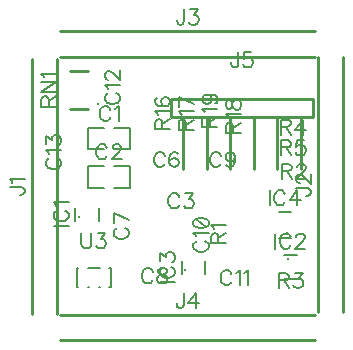
<source format=gbr>
G04 DipTrace 3.3.1.3*
G04 TopSilk.gbr*
%MOMM*%
G04 #@! TF.FileFunction,Legend,Top*
G04 #@! TF.Part,Single*
%ADD10C,0.25*%
%ADD13C,0.2032*%
%ADD14C,0.1524*%
%ADD17C,0.127*%
%ADD20O,0.22704X0.2272*%
%ADD22O,0.2272X0.22704*%
%ADD24O,0.3X0.29986*%
%ADD31C,0.30012*%
%ADD70C,0.19608*%
%FSLAX35Y35*%
G04*
G71*
G90*
G75*
G01*
G04 TopSilk*
%LPD*%
X1494998Y2814998D2*
D17*
X1635002D1*
X1714994D2*
X1854998D1*
Y2634998D1*
X1714994D1*
X1635002D2*
X1494998D1*
Y2814998D1*
Y2489998D2*
X1635002D1*
X1714994D2*
X1854998D1*
Y2309998D1*
X1714994D1*
X1635002D2*
X1494998D1*
Y2489998D1*
X3265006Y1734998D2*
X3154990D1*
Y1534998D2*
X3265006D1*
D20*
X3189670Y1706118D3*
X2289998Y1690006D2*
D17*
Y1579990D1*
X2489998D2*
Y1690006D1*
D22*
X2318878Y1614670D3*
X3114998Y2099998D2*
D13*
X3214998D1*
Y1879998D2*
X3114998D1*
D24*
X3184998Y1924999D3*
X1017998Y1236498D2*
D10*
Y3395498D1*
X1231998Y1236498D2*
Y3395498D1*
X3656998Y3413498D2*
Y1254498D1*
X3442998Y3413498D2*
Y1254498D1*
X1261498Y3631998D2*
X3420498D1*
X1261498Y3417998D2*
X3420498D1*
X1261498Y1231998D2*
X3420498D1*
X1261498Y1017998D2*
X3420498D1*
X2499998Y2909998D2*
Y2469998D1*
X2700038Y2909998D2*
Y2469998D1*
X2299958Y2909998D2*
Y2469998D1*
X2199998Y3059998D2*
X3399998D1*
Y2909998D1*
X2199998D1*
Y3059998D1*
X2899958Y2909998D2*
Y2469998D1*
X3300038Y2909998D2*
Y2469998D1*
X3099998Y2909998D2*
Y2469998D1*
X1389998Y2140006D2*
D17*
Y2029990D1*
X1589998D2*
Y2140006D1*
D22*
X1418878Y2064670D3*
X1500022Y2975998D2*
D10*
X1339988D1*
X1500022Y3295998D2*
X1339988D1*
D31*
X1577492Y3015998D3*
X1687198Y1627014D2*
D14*
Y1464982D1*
X1402798D2*
Y1627014D1*
X1492811D2*
X1597185D1*
X1502196Y1464982D2*
X1492811D1*
X1597185D2*
X1587800D1*
X1412212D2*
X1402798D1*
X1687198D2*
X1677784D1*
Y1627014D2*
X1687198D1*
X1402798D2*
X1412212D1*
X1685713Y2970662D2*
D70*
X1679677Y2982735D1*
X1667463Y2994948D1*
X1655390Y3000985D1*
X1631104D1*
X1618890Y2994948D1*
X1606817Y2982735D1*
X1600640Y2970662D1*
X1594604Y2952412D1*
Y2921948D1*
X1600640Y2903838D1*
X1606817Y2891625D1*
X1618890Y2879552D1*
X1631104Y2873375D1*
X1655390D1*
X1667463Y2879552D1*
X1679677Y2891625D1*
X1685713Y2903838D1*
X1724929Y2976558D2*
X1737142Y2982735D1*
X1755392Y3000844D1*
Y2873375D1*
X1658408Y2645662D2*
X1652372Y2657735D1*
X1640158Y2669948D1*
X1628085Y2675985D1*
X1603799D1*
X1591585Y2669948D1*
X1579512Y2657735D1*
X1573335Y2645662D1*
X1567299Y2627412D1*
Y2596948D1*
X1573335Y2578838D1*
X1579512Y2566625D1*
X1591585Y2554552D1*
X1603799Y2548375D1*
X1628085D1*
X1640158Y2554552D1*
X1652372Y2566625D1*
X1658408Y2578838D1*
X1703801Y2645521D2*
Y2651558D1*
X1709838Y2663771D1*
X1715874Y2669808D1*
X1728088Y2675844D1*
X1752374D1*
X1764447Y2669808D1*
X1770484Y2663771D1*
X1776661Y2651558D1*
Y2639485D1*
X1770484Y2627271D1*
X1758411Y2609162D1*
X1697624Y2548375D1*
X1782697D1*
X2268408Y2230662D2*
X2262372Y2242735D1*
X2250158Y2254948D1*
X2238085Y2260985D1*
X2213799D1*
X2201585Y2254948D1*
X2189512Y2242735D1*
X2183335Y2230662D1*
X2177299Y2212412D1*
Y2181948D1*
X2183335Y2163838D1*
X2189512Y2151625D1*
X2201585Y2139552D1*
X2213799Y2133375D1*
X2238085D1*
X2250158Y2139552D1*
X2262372Y2151625D1*
X2268408Y2163838D1*
X2319838Y2260844D2*
X2386520D1*
X2350161Y2212271D1*
X2368411D1*
X2380484Y2206235D1*
X2386520Y2200198D1*
X2392697Y2181948D1*
Y2169875D1*
X2386520Y2151625D1*
X2374447Y2139412D1*
X2356197Y2133375D1*
X2337947D1*
X2319838Y2139412D1*
X2313801Y2145588D1*
X2307624Y2157662D1*
X2146497Y2580662D2*
X2140460Y2592735D1*
X2128247Y2604948D1*
X2116174Y2610985D1*
X2091887D1*
X2079674Y2604948D1*
X2067601Y2592735D1*
X2061424Y2580662D1*
X2055387Y2562412D1*
Y2531948D1*
X2061424Y2513838D1*
X2067601Y2501625D1*
X2079674Y2489552D1*
X2091887Y2483375D1*
X2116174D1*
X2128247Y2489552D1*
X2140460Y2501625D1*
X2146497Y2513838D1*
X2258572Y2592735D2*
X2252536Y2604808D1*
X2234286Y2610844D1*
X2222213D1*
X2203963Y2604808D1*
X2191749Y2586558D1*
X2185713Y2556235D1*
Y2525912D1*
X2191749Y2501625D1*
X2203963Y2489412D1*
X2222213Y2483375D1*
X2228249D1*
X2246359Y2489412D1*
X2258572Y2501625D1*
X2264609Y2519875D1*
Y2525912D1*
X2258572Y2544162D1*
X2246359Y2556235D1*
X2228249Y2562271D1*
X2222213D1*
X2203963Y2556235D1*
X2191749Y2544162D1*
X2185713Y2525912D1*
X1744335Y1968409D2*
X1732262Y1962372D1*
X1720048Y1950159D1*
X1714011Y1938086D1*
Y1913799D1*
X1720048Y1901586D1*
X1732261Y1889513D1*
X1744334Y1883336D1*
X1762584Y1877299D1*
X1793048D1*
X1811158Y1883336D1*
X1823371Y1889513D1*
X1835444Y1901586D1*
X1841621Y1913799D1*
Y1938085D1*
X1835444Y1950159D1*
X1823371Y1962372D1*
X1811158Y1968409D1*
X1841621Y2031911D2*
X1714152Y2092697D1*
Y2007624D1*
X2043479Y1596662D2*
X2037442Y1608735D1*
X2025229Y1620948D1*
X2013156Y1626985D1*
X1988869D1*
X1976656Y1620948D1*
X1964582Y1608735D1*
X1958406Y1596662D1*
X1952369Y1578412D1*
Y1547948D1*
X1958406Y1529838D1*
X1964582Y1517625D1*
X1976656Y1505552D1*
X1988869Y1499375D1*
X2013156D1*
X2025229Y1505552D1*
X2037442Y1517625D1*
X2043479Y1529838D1*
X2113017Y1626844D2*
X2094908Y1620808D1*
X2088731Y1608735D1*
Y1596521D1*
X2094908Y1584448D1*
X2106981Y1578271D1*
X2131267Y1572235D1*
X2149517Y1566198D1*
X2161590Y1553985D1*
X2167627Y1541912D1*
Y1523662D1*
X2161590Y1511588D1*
X2155554Y1505412D1*
X2137304Y1499375D1*
X2113017D1*
X2094908Y1505412D1*
X2088731Y1511588D1*
X2082694Y1523662D1*
Y1541912D1*
X2088731Y1553985D1*
X2100944Y1566198D1*
X2119054Y1572235D1*
X2143340Y1578271D1*
X2155554Y1584448D1*
X2161590Y1596521D1*
Y1608735D1*
X2155554Y1620808D1*
X2137304Y1626844D1*
X2113017D1*
X2621427Y2580662D2*
X2615390Y2592735D1*
X2603177Y2604948D1*
X2591104Y2610985D1*
X2566817D1*
X2554604Y2604948D1*
X2542531Y2592735D1*
X2536354Y2580662D1*
X2530317Y2562412D1*
Y2531948D1*
X2536354Y2513838D1*
X2542531Y2501625D1*
X2554604Y2489552D1*
X2566817Y2483375D1*
X2591104D1*
X2603177Y2489552D1*
X2615390Y2501625D1*
X2621427Y2513838D1*
X2739679Y2568448D2*
X2733502Y2550198D1*
X2721429Y2537985D1*
X2703179Y2531948D1*
X2697142D1*
X2678892Y2537985D1*
X2666819Y2550198D1*
X2660642Y2568448D1*
Y2574485D1*
X2666819Y2592735D1*
X2678892Y2604808D1*
X2697142Y2610844D1*
X2703179D1*
X2721429Y2604808D1*
X2733502Y2592735D1*
X2739679Y2568448D1*
Y2537985D1*
X2733502Y2507662D1*
X2721429Y2489412D1*
X2703179Y2483375D1*
X2691106D1*
X2672856Y2489412D1*
X2666819Y2501625D1*
X2419335Y1858569D2*
X2407262Y1852533D1*
X2395048Y1840319D1*
X2389011Y1828246D1*
Y1803960D1*
X2395048Y1791746D1*
X2407261Y1779673D1*
X2419334Y1773496D1*
X2437584Y1767460D1*
X2468048D1*
X2486158Y1773496D1*
X2498371Y1779673D1*
X2510444Y1791746D1*
X2516621Y1803959D1*
Y1828246D1*
X2510444Y1840319D1*
X2498371Y1852532D1*
X2486158Y1858569D1*
X2413438Y1897785D2*
X2407262Y1909998D1*
X2389152Y1928248D1*
X2516621D1*
X2389152Y2003964D2*
X2395188Y1985714D1*
X2413438Y1973500D1*
X2443762Y1967464D1*
X2462012D1*
X2492335Y1973500D1*
X2510585Y1985714D1*
X2516621Y2003964D1*
Y2016037D1*
X2510585Y2034287D1*
X2492335Y2046360D1*
X2462011Y2052537D1*
X2443762D1*
X2413438Y2046360D1*
X2395188Y2034287D1*
X2389152Y2016037D1*
Y2003964D1*
X2413438Y2046360D2*
X2492335Y1973500D1*
X2710874Y1580662D2*
X2704837Y1592735D1*
X2692624Y1604948D1*
X2680551Y1610985D1*
X2656264D1*
X2644051Y1604948D1*
X2631978Y1592735D1*
X2625801Y1580662D1*
X2619764Y1562412D1*
Y1531948D1*
X2625801Y1513838D1*
X2631978Y1501625D1*
X2644051Y1489552D1*
X2656264Y1483375D1*
X2680551D1*
X2692624Y1489552D1*
X2704837Y1501625D1*
X2710874Y1513838D1*
X2750089Y1586558D2*
X2762303Y1592735D1*
X2780553Y1610844D1*
Y1483375D1*
X2819768Y1586558D2*
X2831982Y1592735D1*
X2850232Y1610844D1*
Y1483375D1*
X1669335Y3108569D2*
X1657262Y3102533D1*
X1645048Y3090319D1*
X1639011Y3078246D1*
Y3053960D1*
X1645048Y3041746D1*
X1657261Y3029673D1*
X1669334Y3023496D1*
X1687584Y3017460D1*
X1718048D1*
X1736158Y3023496D1*
X1748371Y3029673D1*
X1760444Y3041746D1*
X1766621Y3053959D1*
Y3078246D1*
X1760444Y3090319D1*
X1748371Y3102532D1*
X1736158Y3108569D1*
X1663438Y3147785D2*
X1657262Y3159998D1*
X1639152Y3178248D1*
X1766621D1*
X1669475Y3223641D2*
X1663438D1*
X1651225Y3229677D1*
X1645188Y3235714D1*
X1639152Y3247927D1*
Y3272214D1*
X1645188Y3284287D1*
X1651225Y3290323D1*
X1663438Y3296500D1*
X1675512D1*
X1687725Y3290323D1*
X1705835Y3278250D1*
X1766621Y3217464D1*
Y3302537D1*
X1169335Y2558569D2*
X1157262Y2552533D1*
X1145048Y2540319D1*
X1139011Y2528246D1*
Y2503960D1*
X1145048Y2491746D1*
X1157261Y2479673D1*
X1169334Y2473496D1*
X1187584Y2467460D1*
X1218048D1*
X1236158Y2473496D1*
X1248371Y2479673D1*
X1260444Y2491746D1*
X1266621Y2503959D1*
Y2528246D1*
X1260444Y2540319D1*
X1248371Y2552532D1*
X1236158Y2558569D1*
X1163438Y2597785D2*
X1157262Y2609998D1*
X1139152Y2628248D1*
X1266621D1*
X1139152Y2679677D2*
Y2746360D1*
X1187725Y2710000D1*
Y2728250D1*
X1193762Y2740323D1*
X1199798Y2746360D1*
X1218048Y2752537D1*
X1230121D1*
X1248371Y2746360D1*
X1260585Y2734287D1*
X1266621Y2716037D1*
Y2697787D1*
X1260585Y2679677D1*
X1254408Y2673641D1*
X1242335Y2667464D1*
X3082691Y1920985D2*
Y1793375D1*
X3213016Y1890662D2*
X3206980Y1902735D1*
X3194766Y1914948D1*
X3182693Y1920985D1*
X3158407D1*
X3146193Y1914948D1*
X3134120Y1902735D1*
X3127943Y1890662D1*
X3121907Y1872412D1*
Y1841948D1*
X3127943Y1823838D1*
X3134120Y1811625D1*
X3146193Y1799552D1*
X3158407Y1793375D1*
X3182693D1*
X3194766Y1799552D1*
X3206980Y1811625D1*
X3213016Y1823838D1*
X3258409Y1890521D2*
Y1896558D1*
X3264445Y1908771D1*
X3270482Y1914808D1*
X3282695Y1920844D1*
X3306982D1*
X3319055Y1914808D1*
X3325092Y1908771D1*
X3331268Y1896558D1*
Y1884485D1*
X3325092Y1872271D1*
X3313018Y1854162D1*
X3252232Y1793375D1*
X3337305D1*
X2104011Y1507691D2*
X2231621D1*
X2134335Y1638016D2*
X2122262Y1631980D1*
X2110048Y1619767D1*
X2104012Y1607693D1*
Y1583407D1*
X2110048Y1571193D1*
X2122261Y1559120D1*
X2134335Y1552943D1*
X2152585Y1546907D1*
X2183048D1*
X2201158Y1552943D1*
X2213371Y1559120D1*
X2225444Y1571193D1*
X2231621Y1583407D1*
Y1607693D1*
X2225444Y1619766D1*
X2213371Y1631980D1*
X2201158Y1638016D1*
X2104152Y1689446D2*
Y1756128D1*
X2152725Y1719769D1*
Y1738019D1*
X2158762Y1750092D1*
X2164798Y1756128D1*
X2183048Y1762305D1*
X2195121D1*
X2213371Y1756128D1*
X2225585Y1744055D1*
X2231621Y1725805D1*
Y1707555D1*
X2225585Y1689445D1*
X2219408Y1683409D1*
X2207335Y1677232D1*
X3034673Y2285985D2*
Y2158375D1*
X3164998Y2255662D2*
X3158961Y2267735D1*
X3146748Y2279948D1*
X3134675Y2285985D1*
X3110388D1*
X3098175Y2279948D1*
X3086102Y2267735D1*
X3079925Y2255662D1*
X3073888Y2237412D1*
Y2206948D1*
X3079925Y2188838D1*
X3086102Y2176625D1*
X3098175Y2164552D1*
X3110388Y2158375D1*
X3134675D1*
X3146748Y2164552D1*
X3158961Y2176625D1*
X3164998Y2188838D1*
X3265000Y2158375D2*
Y2285844D1*
X3204214Y2200912D1*
X3295323D1*
X832011Y2311552D2*
X929158D1*
X947408Y2305515D1*
X953444Y2299338D1*
X959621Y2287265D1*
Y2275052D1*
X953444Y2262979D1*
X947408Y2256942D1*
X929158Y2250765D1*
X917084D1*
X856438Y2350768D2*
X850262Y2362981D1*
X832152Y2381231D1*
X959621D1*
X3257011Y2302247D2*
X3354158D1*
X3372408Y2296211D1*
X3378444Y2290034D1*
X3384621Y2277961D1*
Y2265747D1*
X3378444Y2253674D1*
X3372408Y2247638D1*
X3354158Y2241461D1*
X3342084D1*
X3287475Y2347640D2*
X3281438D1*
X3269225Y2353676D1*
X3263188Y2359713D1*
X3257152Y2371926D1*
Y2396213D1*
X3263188Y2408286D1*
X3269225Y2414322D1*
X3281438Y2420499D1*
X3293512D1*
X3305725Y2414322D1*
X3323835Y2402249D1*
X3384621Y2341463D1*
Y2426536D1*
X2309247Y3817985D2*
Y3720838D1*
X2303210Y3702588D1*
X2297033Y3696552D1*
X2284960Y3690375D1*
X2272747D1*
X2260674Y3696552D1*
X2254637Y3702588D1*
X2248460Y3720838D1*
Y3732912D1*
X2360676Y3817844D2*
X2427359D1*
X2390999Y3769271D1*
X2409249D1*
X2421322Y3763235D1*
X2427359Y3757198D1*
X2433536Y3738948D1*
Y3726875D1*
X2427359Y3708625D1*
X2415286Y3696412D1*
X2397036Y3690375D1*
X2378786D1*
X2360676Y3696412D1*
X2354639Y3702588D1*
X2348463Y3714662D1*
X2306229Y1417985D2*
Y1320838D1*
X2300192Y1302588D1*
X2294015Y1296552D1*
X2281942Y1290375D1*
X2269729D1*
X2257656Y1296552D1*
X2251619Y1302588D1*
X2245442Y1320838D1*
Y1332912D1*
X2406231Y1290375D2*
Y1417844D1*
X2345444Y1332912D1*
X2436554D1*
X2768247Y3455985D2*
Y3358838D1*
X2762210Y3340588D1*
X2756033Y3334552D1*
X2743960Y3328375D1*
X2731747D1*
X2719674Y3334552D1*
X2713637Y3340588D1*
X2707460Y3358838D1*
Y3370912D1*
X2880322Y3455844D2*
X2819676D1*
X2813639Y3401235D1*
X2819676Y3407271D1*
X2837926Y3413448D1*
X2856036D1*
X2874286Y3407271D1*
X2886499Y3395198D1*
X2892536Y3376948D1*
Y3364875D1*
X2886499Y3346625D1*
X2874286Y3334412D1*
X2856036Y3328375D1*
X2837926D1*
X2819676Y3334412D1*
X2813639Y3340588D1*
X2807463Y3352662D1*
X2599798Y1837622D2*
Y1892232D1*
X2593621Y1910482D1*
X2587585Y1916659D1*
X2575512Y1922695D1*
X2563298D1*
X2551225Y1916659D1*
X2545048Y1910482D1*
X2539011Y1892232D1*
Y1837622D1*
X2666621D1*
X2599798Y1880159D2*
X2666621Y1922695D1*
X2563438Y1961911D2*
X2557262Y1974124D1*
X2539152Y1992374D1*
X2666621D1*
X3135317Y2450198D2*
X3189927D1*
X3208177Y2456375D1*
X3214354Y2462412D1*
X3220390Y2474485D1*
Y2486698D1*
X3214354Y2498771D1*
X3208177Y2504948D1*
X3189927Y2510985D1*
X3135317D1*
Y2383375D1*
X3177854Y2450198D2*
X3220390Y2383375D1*
X3265783Y2480521D2*
Y2486558D1*
X3271819Y2498771D1*
X3277856Y2504808D1*
X3290069Y2510844D1*
X3314356D1*
X3326429Y2504808D1*
X3332465Y2498771D1*
X3338642Y2486558D1*
Y2474485D1*
X3332465Y2462271D1*
X3320392Y2444162D1*
X3259606Y2383375D1*
X3344679D1*
X3110317Y1525198D2*
X3164927D1*
X3183177Y1531375D1*
X3189354Y1537412D1*
X3195390Y1549485D1*
Y1561698D1*
X3189354Y1573771D1*
X3183177Y1579948D1*
X3164927Y1585985D1*
X3110317D1*
Y1458375D1*
X3152854Y1525198D2*
X3195390Y1458375D1*
X3246819Y1585844D2*
X3313502D1*
X3277142Y1537271D1*
X3295392D1*
X3307465Y1531235D1*
X3313502Y1525198D1*
X3319679Y1506948D1*
Y1494875D1*
X3313502Y1476625D1*
X3301429Y1464412D1*
X3283179Y1458375D1*
X3264929D1*
X3246819Y1464412D1*
X3240783Y1470588D1*
X3234606Y1482662D1*
X1204011Y1984996D2*
X1331621D1*
X1234335Y2115321D2*
X1222262Y2109285D1*
X1210048Y2097071D1*
X1204012Y2084998D1*
Y2060712D1*
X1210048Y2048498D1*
X1222261Y2036425D1*
X1234335Y2030248D1*
X1252585Y2024212D1*
X1283048D1*
X1301158Y2030248D1*
X1313371Y2036425D1*
X1325444Y2048498D1*
X1331621Y2060712D1*
Y2084998D1*
X1325444Y2097071D1*
X1313371Y2109285D1*
X1301158Y2115321D1*
X1228438Y2154537D2*
X1222262Y2166750D1*
X1204152Y2185000D1*
X1331621D1*
X2124798Y2803566D2*
Y2858176D1*
X2118621Y2876426D1*
X2112585Y2882603D1*
X2100512Y2888639D1*
X2088298D1*
X2076225Y2882603D1*
X2070048Y2876426D1*
X2064011Y2858176D1*
Y2803566D1*
X2191621D1*
X2124798Y2846103D2*
X2191621Y2888639D1*
X2088438Y2927855D2*
X2082262Y2940068D1*
X2064152Y2958318D1*
X2191621D1*
X2082262Y3070394D2*
X2070188Y3064357D1*
X2064152Y3046107D1*
Y3034034D1*
X2070188Y3015784D1*
X2088438Y3003571D1*
X2118762Y2997534D1*
X2149085D1*
X2173371Y3003570D1*
X2185585Y3015784D1*
X2191621Y3034034D1*
Y3040070D1*
X2185585Y3058180D1*
X2173371Y3070394D1*
X2155121Y3076430D1*
X2149085D1*
X2130835Y3070394D1*
X2118762Y3058180D1*
X2112725Y3040070D1*
Y3034034D1*
X2118762Y3015784D1*
X2130835Y3003570D1*
X2149085Y2997534D1*
X2324798Y2800478D2*
Y2855087D1*
X2318621Y2873337D1*
X2312585Y2879514D1*
X2300512Y2885551D1*
X2288298D1*
X2276225Y2879514D1*
X2270048Y2873337D1*
X2264011Y2855087D1*
Y2800478D1*
X2391621D1*
X2324798Y2843014D2*
X2391621Y2885551D1*
X2288438Y2924766D2*
X2282262Y2936980D1*
X2264152Y2955230D1*
X2391621D1*
Y3018732D2*
X2264152Y3079519D1*
Y2994446D1*
X2724798Y2775548D2*
Y2830158D1*
X2718621Y2848408D1*
X2712585Y2854584D1*
X2700512Y2860621D1*
X2688298D1*
X2676225Y2854585D1*
X2670048Y2848408D1*
X2664011Y2830158D1*
Y2775548D1*
X2791621D1*
X2724798Y2818085D2*
X2791621Y2860621D1*
X2688438Y2899837D2*
X2682262Y2912050D1*
X2664152Y2930300D1*
X2791621D1*
X2664152Y2999839D2*
X2670188Y2981729D1*
X2682262Y2975552D1*
X2694475D1*
X2706548Y2981729D1*
X2712725Y2993802D1*
X2718762Y3018089D1*
X2724798Y3036339D1*
X2737011Y3048412D1*
X2749085Y3054448D1*
X2767335D1*
X2779408Y3048412D1*
X2785585Y3042375D1*
X2791621Y3024125D1*
Y2999839D1*
X2785585Y2981729D1*
X2779408Y2975552D1*
X2767335Y2969516D1*
X2749085D1*
X2737012Y2975552D1*
X2724798Y2987766D1*
X2718762Y3005875D1*
X2712725Y3030162D1*
X2706548Y3042375D1*
X2694475Y3048412D1*
X2682262D1*
X2670188Y3042375D1*
X2664152Y3024125D1*
Y2999839D1*
X2524798Y2823496D2*
Y2878106D1*
X2518621Y2896356D1*
X2512585Y2902533D1*
X2500512Y2908569D1*
X2488298D1*
X2476225Y2902533D1*
X2470048Y2896356D1*
X2464011Y2878106D1*
Y2823496D1*
X2591621D1*
X2524798Y2866033D2*
X2591621Y2908569D1*
X2488438Y2947785D2*
X2482262Y2959998D1*
X2464152Y2978248D1*
X2591621D1*
X2506548Y3096500D2*
X2524798Y3090323D1*
X2537012Y3078250D1*
X2543048Y3060000D1*
Y3053964D1*
X2537012Y3035714D1*
X2524798Y3023641D1*
X2506548Y3017464D1*
X2500512D1*
X2482262Y3023641D1*
X2470188Y3035714D1*
X2464152Y3053964D1*
Y3060000D1*
X2470188Y3078250D1*
X2482262Y3090323D1*
X2506548Y3096500D1*
X2537011D1*
X2567335Y3090323D1*
X2585585Y3078250D1*
X2591621Y3060000D1*
Y3047927D1*
X2585585Y3029677D1*
X2573371Y3023641D1*
X1162298Y2996478D2*
Y3051087D1*
X1156121Y3069337D1*
X1150085Y3075514D1*
X1138012Y3081551D1*
X1125798D1*
X1113725Y3075514D1*
X1107548Y3069337D1*
X1101511Y3051087D1*
Y2996478D1*
X1229121D1*
X1162298Y3039014D2*
X1229121Y3081551D1*
X1101512Y3205839D2*
X1229121D1*
X1101512Y3120766D1*
X1229121D1*
X1125938Y3245055D2*
X1119762Y3257269D1*
X1101652Y3275519D1*
X1229121D1*
X1440317Y1921985D2*
Y1830875D1*
X1446354Y1812625D1*
X1458567Y1800552D1*
X1476817Y1794375D1*
X1488890D1*
X1507140Y1800552D1*
X1519354Y1812625D1*
X1525390Y1830875D1*
Y1921985D1*
X1576819Y1921844D2*
X1643502D1*
X1607142Y1873271D1*
X1625392D1*
X1637465Y1867235D1*
X1643502Y1861198D1*
X1649679Y1842948D1*
Y1830875D1*
X1643502Y1812625D1*
X1631429Y1800412D1*
X1613179Y1794375D1*
X1594929D1*
X1576819Y1800412D1*
X1570783Y1806588D1*
X1564606Y1818662D1*
X3127299Y2825198D2*
X3181908D1*
X3200158Y2831375D1*
X3206335Y2837412D1*
X3212372Y2849485D1*
Y2861698D1*
X3206335Y2873771D1*
X3200158Y2879948D1*
X3181908Y2885985D1*
X3127299D1*
Y2758375D1*
X3169835Y2825198D2*
X3212372Y2758375D1*
X3312374D2*
Y2885844D1*
X3251588Y2800912D1*
X3342697D1*
X3130317Y2650198D2*
X3184927D1*
X3203177Y2656375D1*
X3209354Y2662412D1*
X3215390Y2674485D1*
Y2686698D1*
X3209354Y2698771D1*
X3203177Y2704948D1*
X3184927Y2710985D1*
X3130317D1*
Y2583375D1*
X3172854Y2650198D2*
X3215390Y2583375D1*
X3327465Y2710844D2*
X3266819D1*
X3260783Y2656235D1*
X3266819Y2662271D1*
X3285069Y2668448D1*
X3303179D1*
X3321429Y2662271D1*
X3333642Y2650198D1*
X3339679Y2631948D1*
Y2619875D1*
X3333642Y2601625D1*
X3321429Y2589412D1*
X3303179Y2583375D1*
X3285069D1*
X3266819Y2589412D1*
X3260783Y2595588D1*
X3254606Y2607662D1*
M02*

</source>
